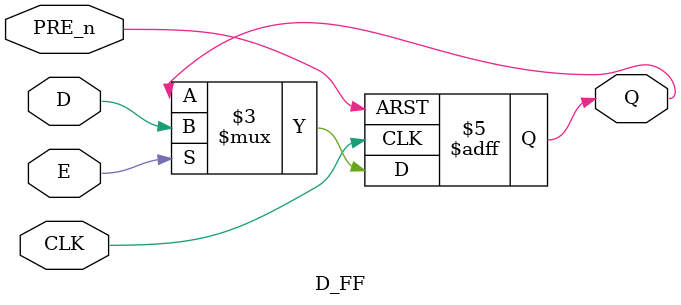
<source format=v>
module D_FF(D, E, PRE_n, CLK, Q);

input D, E, PRE_n, CLK; 
output reg Q;

always @(posedge CLK, negedge PRE_n) begin
    
    if(~PRE_n)begin
        Q <= 1'b1; 
    end
    else if(E)begin
        Q <= D;
    end

end

endmodule
</source>
